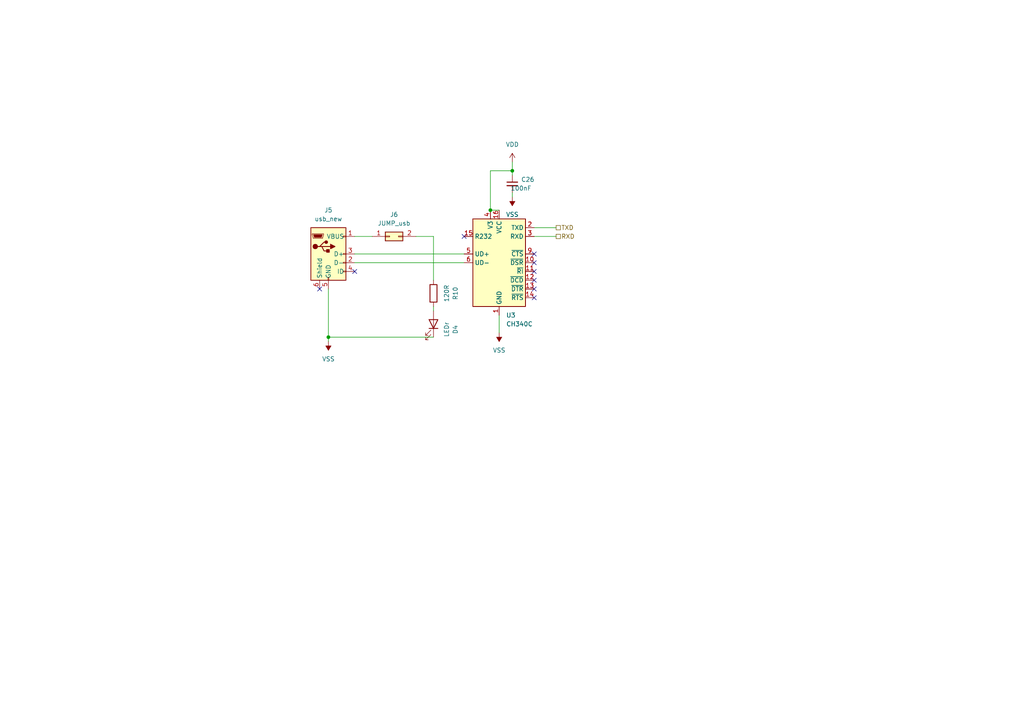
<source format=kicad_sch>
(kicad_sch (version 20211123) (generator eeschema)

  (uuid b4bcbfd5-996f-46d6-8a87-2e811a2cf1eb)

  (paper "A4")

  (lib_symbols
    (symbol "Connector_Generic:Conn_02x01" (pin_names (offset 1.016) hide) (in_bom yes) (on_board yes)
      (property "Reference" "J" (id 0) (at 1.27 2.54 0)
        (effects (font (size 1.27 1.27)))
      )
      (property "Value" "Conn_02x01" (id 1) (at 1.27 -2.54 0)
        (effects (font (size 1.27 1.27)))
      )
      (property "Footprint" "" (id 2) (at 0 0 0)
        (effects (font (size 1.27 1.27)) hide)
      )
      (property "Datasheet" "~" (id 3) (at 0 0 0)
        (effects (font (size 1.27 1.27)) hide)
      )
      (property "ki_keywords" "connector" (id 4) (at 0 0 0)
        (effects (font (size 1.27 1.27)) hide)
      )
      (property "ki_description" "Generic connector, double row, 02x01, this symbol is compatible with counter-clockwise, top-bottom and odd-even numbering schemes., script generated (kicad-library-utils/schlib/autogen/connector/)" (id 5) (at 0 0 0)
        (effects (font (size 1.27 1.27)) hide)
      )
      (property "ki_fp_filters" "Connector*:*_2x??_*" (id 6) (at 0 0 0)
        (effects (font (size 1.27 1.27)) hide)
      )
      (symbol "Conn_02x01_1_1"
        (rectangle (start -1.27 0.127) (end 0 -0.127)
          (stroke (width 0.1524) (type default) (color 0 0 0 0))
          (fill (type none))
        )
        (rectangle (start -1.27 1.27) (end 3.81 -1.27)
          (stroke (width 0.254) (type default) (color 0 0 0 0))
          (fill (type background))
        )
        (rectangle (start 3.81 0.127) (end 2.54 -0.127)
          (stroke (width 0.1524) (type default) (color 0 0 0 0))
          (fill (type none))
        )
        (pin passive line (at -5.08 0 0) (length 3.81)
          (name "Pin_1" (effects (font (size 1.27 1.27))))
          (number "1" (effects (font (size 1.27 1.27))))
        )
        (pin passive line (at 7.62 0 180) (length 3.81)
          (name "Pin_2" (effects (font (size 1.27 1.27))))
          (number "2" (effects (font (size 1.27 1.27))))
        )
      )
    )
    (symbol "Device:C_Small" (pin_numbers hide) (pin_names (offset 0.254) hide) (in_bom yes) (on_board yes)
      (property "Reference" "C" (id 0) (at 0.254 1.778 0)
        (effects (font (size 1.27 1.27)) (justify left))
      )
      (property "Value" "C_Small" (id 1) (at 0.254 -2.032 0)
        (effects (font (size 1.27 1.27)) (justify left))
      )
      (property "Footprint" "" (id 2) (at 0 0 0)
        (effects (font (size 1.27 1.27)) hide)
      )
      (property "Datasheet" "~" (id 3) (at 0 0 0)
        (effects (font (size 1.27 1.27)) hide)
      )
      (property "ki_keywords" "capacitor cap" (id 4) (at 0 0 0)
        (effects (font (size 1.27 1.27)) hide)
      )
      (property "ki_description" "Unpolarized capacitor, small symbol" (id 5) (at 0 0 0)
        (effects (font (size 1.27 1.27)) hide)
      )
      (property "ki_fp_filters" "C_*" (id 6) (at 0 0 0)
        (effects (font (size 1.27 1.27)) hide)
      )
      (symbol "C_Small_0_1"
        (polyline
          (pts
            (xy -1.524 -0.508)
            (xy 1.524 -0.508)
          )
          (stroke (width 0.3302) (type default) (color 0 0 0 0))
          (fill (type none))
        )
        (polyline
          (pts
            (xy -1.524 0.508)
            (xy 1.524 0.508)
          )
          (stroke (width 0.3048) (type default) (color 0 0 0 0))
          (fill (type none))
        )
      )
      (symbol "C_Small_1_1"
        (pin passive line (at 0 2.54 270) (length 2.032)
          (name "~" (effects (font (size 1.27 1.27))))
          (number "1" (effects (font (size 1.27 1.27))))
        )
        (pin passive line (at 0 -2.54 90) (length 2.032)
          (name "~" (effects (font (size 1.27 1.27))))
          (number "2" (effects (font (size 1.27 1.27))))
        )
      )
    )
    (symbol "Device:LED" (pin_numbers hide) (pin_names (offset 1.016) hide) (in_bom yes) (on_board yes)
      (property "Reference" "D" (id 0) (at 0 2.54 0)
        (effects (font (size 1.27 1.27)))
      )
      (property "Value" "LED" (id 1) (at 0 -2.54 0)
        (effects (font (size 1.27 1.27)))
      )
      (property "Footprint" "" (id 2) (at 0 0 0)
        (effects (font (size 1.27 1.27)) hide)
      )
      (property "Datasheet" "~" (id 3) (at 0 0 0)
        (effects (font (size 1.27 1.27)) hide)
      )
      (property "ki_keywords" "LED diode" (id 4) (at 0 0 0)
        (effects (font (size 1.27 1.27)) hide)
      )
      (property "ki_description" "Light emitting diode" (id 5) (at 0 0 0)
        (effects (font (size 1.27 1.27)) hide)
      )
      (property "ki_fp_filters" "LED* LED_SMD:* LED_THT:*" (id 6) (at 0 0 0)
        (effects (font (size 1.27 1.27)) hide)
      )
      (symbol "LED_0_1"
        (polyline
          (pts
            (xy -1.27 -1.27)
            (xy -1.27 1.27)
          )
          (stroke (width 0.254) (type default) (color 0 0 0 0))
          (fill (type none))
        )
        (polyline
          (pts
            (xy -1.27 0)
            (xy 1.27 0)
          )
          (stroke (width 0) (type default) (color 0 0 0 0))
          (fill (type none))
        )
        (polyline
          (pts
            (xy 1.27 -1.27)
            (xy 1.27 1.27)
            (xy -1.27 0)
            (xy 1.27 -1.27)
          )
          (stroke (width 0.254) (type default) (color 0 0 0 0))
          (fill (type none))
        )
        (polyline
          (pts
            (xy -3.048 -0.762)
            (xy -4.572 -2.286)
            (xy -3.81 -2.286)
            (xy -4.572 -2.286)
            (xy -4.572 -1.524)
          )
          (stroke (width 0) (type default) (color 0 0 0 0))
          (fill (type none))
        )
        (polyline
          (pts
            (xy -1.778 -0.762)
            (xy -3.302 -2.286)
            (xy -2.54 -2.286)
            (xy -3.302 -2.286)
            (xy -3.302 -1.524)
          )
          (stroke (width 0) (type default) (color 0 0 0 0))
          (fill (type none))
        )
      )
      (symbol "LED_1_1"
        (pin passive line (at -3.81 0 0) (length 2.54)
          (name "K" (effects (font (size 1.27 1.27))))
          (number "1" (effects (font (size 1.27 1.27))))
        )
        (pin passive line (at 3.81 0 180) (length 2.54)
          (name "A" (effects (font (size 1.27 1.27))))
          (number "2" (effects (font (size 1.27 1.27))))
        )
      )
    )
    (symbol "Device:R" (pin_numbers hide) (pin_names (offset 0)) (in_bom yes) (on_board yes)
      (property "Reference" "R" (id 0) (at 2.032 0 90)
        (effects (font (size 1.27 1.27)))
      )
      (property "Value" "R" (id 1) (at 0 0 90)
        (effects (font (size 1.27 1.27)))
      )
      (property "Footprint" "" (id 2) (at -1.778 0 90)
        (effects (font (size 1.27 1.27)) hide)
      )
      (property "Datasheet" "~" (id 3) (at 0 0 0)
        (effects (font (size 1.27 1.27)) hide)
      )
      (property "ki_keywords" "R res resistor" (id 4) (at 0 0 0)
        (effects (font (size 1.27 1.27)) hide)
      )
      (property "ki_description" "Resistor" (id 5) (at 0 0 0)
        (effects (font (size 1.27 1.27)) hide)
      )
      (property "ki_fp_filters" "R_*" (id 6) (at 0 0 0)
        (effects (font (size 1.27 1.27)) hide)
      )
      (symbol "R_0_1"
        (rectangle (start -1.016 -2.54) (end 1.016 2.54)
          (stroke (width 0.254) (type default) (color 0 0 0 0))
          (fill (type none))
        )
      )
      (symbol "R_1_1"
        (pin passive line (at 0 3.81 270) (length 1.27)
          (name "~" (effects (font (size 1.27 1.27))))
          (number "1" (effects (font (size 1.27 1.27))))
        )
        (pin passive line (at 0 -3.81 90) (length 1.27)
          (name "~" (effects (font (size 1.27 1.27))))
          (number "2" (effects (font (size 1.27 1.27))))
        )
      )
    )
    (symbol "Interface_USB:CH340C" (in_bom yes) (on_board yes)
      (property "Reference" "U" (id 0) (at -5.08 13.97 0)
        (effects (font (size 1.27 1.27)) (justify right))
      )
      (property "Value" "CH340C" (id 1) (at 1.27 13.97 0)
        (effects (font (size 1.27 1.27)) (justify left))
      )
      (property "Footprint" "Package_SO:SOIC-16_3.9x9.9mm_P1.27mm" (id 2) (at 1.27 -13.97 0)
        (effects (font (size 1.27 1.27)) (justify left) hide)
      )
      (property "Datasheet" "https://datasheet.lcsc.com/szlcsc/Jiangsu-Qin-Heng-CH340C_C84681.pdf" (id 3) (at -8.89 20.32 0)
        (effects (font (size 1.27 1.27)) hide)
      )
      (property "ki_keywords" "USB UART Serial Converter Interface" (id 4) (at 0 0 0)
        (effects (font (size 1.27 1.27)) hide)
      )
      (property "ki_description" "USB serial converter, UART, SOIC-16" (id 5) (at 0 0 0)
        (effects (font (size 1.27 1.27)) hide)
      )
      (property "ki_fp_filters" "SOIC*3.9x9.9mm*P1.27mm*" (id 6) (at 0 0 0)
        (effects (font (size 1.27 1.27)) hide)
      )
      (symbol "CH340C_0_1"
        (rectangle (start -7.62 12.7) (end 7.62 -12.7)
          (stroke (width 0.254) (type default) (color 0 0 0 0))
          (fill (type background))
        )
      )
      (symbol "CH340C_1_1"
        (pin power_in line (at 0 -15.24 90) (length 2.54)
          (name "GND" (effects (font (size 1.27 1.27))))
          (number "1" (effects (font (size 1.27 1.27))))
        )
        (pin input line (at 10.16 0 180) (length 2.54)
          (name "~{DSR}" (effects (font (size 1.27 1.27))))
          (number "10" (effects (font (size 1.27 1.27))))
        )
        (pin input line (at 10.16 -2.54 180) (length 2.54)
          (name "~{RI}" (effects (font (size 1.27 1.27))))
          (number "11" (effects (font (size 1.27 1.27))))
        )
        (pin input line (at 10.16 -5.08 180) (length 2.54)
          (name "~{DCD}" (effects (font (size 1.27 1.27))))
          (number "12" (effects (font (size 1.27 1.27))))
        )
        (pin output line (at 10.16 -7.62 180) (length 2.54)
          (name "~{DTR}" (effects (font (size 1.27 1.27))))
          (number "13" (effects (font (size 1.27 1.27))))
        )
        (pin output line (at 10.16 -10.16 180) (length 2.54)
          (name "~{RTS}" (effects (font (size 1.27 1.27))))
          (number "14" (effects (font (size 1.27 1.27))))
        )
        (pin input line (at -10.16 7.62 0) (length 2.54)
          (name "R232" (effects (font (size 1.27 1.27))))
          (number "15" (effects (font (size 1.27 1.27))))
        )
        (pin power_in line (at 0 15.24 270) (length 2.54)
          (name "VCC" (effects (font (size 1.27 1.27))))
          (number "16" (effects (font (size 1.27 1.27))))
        )
        (pin output line (at 10.16 10.16 180) (length 2.54)
          (name "TXD" (effects (font (size 1.27 1.27))))
          (number "2" (effects (font (size 1.27 1.27))))
        )
        (pin input line (at 10.16 7.62 180) (length 2.54)
          (name "RXD" (effects (font (size 1.27 1.27))))
          (number "3" (effects (font (size 1.27 1.27))))
        )
        (pin passive line (at -2.54 15.24 270) (length 2.54)
          (name "V3" (effects (font (size 1.27 1.27))))
          (number "4" (effects (font (size 1.27 1.27))))
        )
        (pin bidirectional line (at -10.16 2.54 0) (length 2.54)
          (name "UD+" (effects (font (size 1.27 1.27))))
          (number "5" (effects (font (size 1.27 1.27))))
        )
        (pin bidirectional line (at -10.16 0 0) (length 2.54)
          (name "UD-" (effects (font (size 1.27 1.27))))
          (number "6" (effects (font (size 1.27 1.27))))
        )
        (pin no_connect line (at -7.62 -7.62 0) (length 2.54) hide
          (name "NC" (effects (font (size 1.27 1.27))))
          (number "7" (effects (font (size 1.27 1.27))))
        )
        (pin no_connect line (at -7.62 -10.16 0) (length 2.54) hide
          (name "NC" (effects (font (size 1.27 1.27))))
          (number "8" (effects (font (size 1.27 1.27))))
        )
        (pin input line (at 10.16 2.54 180) (length 2.54)
          (name "~{CTS}" (effects (font (size 1.27 1.27))))
          (number "9" (effects (font (size 1.27 1.27))))
        )
      )
    )
    (symbol "New_Library:usb_new" (in_bom yes) (on_board yes)
      (property "Reference" "J" (id 0) (at -3.81 11.43 0)
        (effects (font (size 1.27 1.27)))
      )
      (property "Value" "usb_new" (id 1) (at -1.27 8.89 0)
        (effects (font (size 1.27 1.27)))
      )
      (property "Footprint" "" (id 2) (at 0 0 0)
        (effects (font (size 1.27 1.27)) hide)
      )
      (property "Datasheet" "" (id 3) (at 0 0 0)
        (effects (font (size 1.27 1.27)) hide)
      )
      (symbol "usb_new_0_1"
        (rectangle (start -5.08 -7.62) (end 5.08 7.62)
          (stroke (width 0.254) (type default) (color 0 0 0 0))
          (fill (type background))
        )
        (circle (center -3.81 2.159) (radius 0.635)
          (stroke (width 0.254) (type default) (color 0 0 0 0))
          (fill (type outline))
        )
        (circle (center -0.635 3.429) (radius 0.381)
          (stroke (width 0.254) (type default) (color 0 0 0 0))
          (fill (type outline))
        )
        (rectangle (start -0.127 -7.62) (end 0.127 -6.858)
          (stroke (width 0) (type default) (color 0 0 0 0))
          (fill (type none))
        )
        (polyline
          (pts
            (xy -1.905 2.159)
            (xy 0.635 2.159)
          )
          (stroke (width 0.254) (type default) (color 0 0 0 0))
          (fill (type none))
        )
        (polyline
          (pts
            (xy -3.175 2.159)
            (xy -2.54 2.159)
            (xy -1.27 3.429)
            (xy -0.635 3.429)
          )
          (stroke (width 0.254) (type default) (color 0 0 0 0))
          (fill (type none))
        )
        (polyline
          (pts
            (xy -2.54 2.159)
            (xy -1.905 2.159)
            (xy -1.27 0.889)
            (xy 0 0.889)
          )
          (stroke (width 0.254) (type default) (color 0 0 0 0))
          (fill (type none))
        )
        (polyline
          (pts
            (xy 0.635 2.794)
            (xy 0.635 1.524)
            (xy 1.905 2.159)
            (xy 0.635 2.794)
          )
          (stroke (width 0.254) (type default) (color 0 0 0 0))
          (fill (type outline))
        )
        (polyline
          (pts
            (xy -4.318 5.588)
            (xy -1.778 5.588)
            (xy -2.032 4.826)
            (xy -4.064 4.826)
            (xy -4.318 5.588)
          )
          (stroke (width 0) (type default) (color 0 0 0 0))
          (fill (type outline))
        )
        (polyline
          (pts
            (xy -4.699 5.842)
            (xy -4.699 5.588)
            (xy -4.445 4.826)
            (xy -4.445 4.572)
            (xy -1.651 4.572)
            (xy -1.651 4.826)
            (xy -1.397 5.588)
            (xy -1.397 5.842)
            (xy -4.699 5.842)
          )
          (stroke (width 0) (type default) (color 0 0 0 0))
          (fill (type none))
        )
        (rectangle (start 0.254 1.27) (end -0.508 0.508)
          (stroke (width 0.254) (type default) (color 0 0 0 0))
          (fill (type outline))
        )
        (rectangle (start 5.08 -5.207) (end 4.318 -4.953)
          (stroke (width 0) (type default) (color 0 0 0 0))
          (fill (type none))
        )
        (rectangle (start 5.08 -2.667) (end 4.318 -2.413)
          (stroke (width 0) (type default) (color 0 0 0 0))
          (fill (type none))
        )
        (rectangle (start 5.08 -0.127) (end 4.318 0.127)
          (stroke (width 0) (type default) (color 0 0 0 0))
          (fill (type none))
        )
        (rectangle (start 5.08 4.953) (end 4.318 5.207)
          (stroke (width 0) (type default) (color 0 0 0 0))
          (fill (type none))
        )
      )
      (symbol "usb_new_1_1"
        (pin passive line (at 7.62 5.08 180) (length 2.54)
          (name "VBUS" (effects (font (size 1.27 1.27))))
          (number "1" (effects (font (size 1.27 1.27))))
        )
        (pin bidirectional line (at 7.62 -2.54 180) (length 2.54)
          (name "D-" (effects (font (size 1.27 1.27))))
          (number "2" (effects (font (size 1.27 1.27))))
        )
        (pin bidirectional line (at 7.62 0 180) (length 2.54)
          (name "D+" (effects (font (size 1.27 1.27))))
          (number "3" (effects (font (size 1.27 1.27))))
        )
        (pin passive line (at 7.62 -5.08 180) (length 2.54)
          (name "ID" (effects (font (size 1.27 1.27))))
          (number "4" (effects (font (size 1.27 1.27))))
        )
        (pin passive line (at 0 -10.16 90) (length 2.54)
          (name "GND" (effects (font (size 1.27 1.27))))
          (number "5" (effects (font (size 1.27 1.27))))
        )
        (pin passive line (at -2.54 -10.16 90) (length 2.54)
          (name "Shield" (effects (font (size 1.27 1.27))))
          (number "6" (effects (font (size 1.27 1.27))))
        )
      )
    )
    (symbol "power:VDD" (power) (pin_names (offset 0)) (in_bom yes) (on_board yes)
      (property "Reference" "#PWR" (id 0) (at 0 -3.81 0)
        (effects (font (size 1.27 1.27)) hide)
      )
      (property "Value" "VDD" (id 1) (at 0 3.81 0)
        (effects (font (size 1.27 1.27)))
      )
      (property "Footprint" "" (id 2) (at 0 0 0)
        (effects (font (size 1.27 1.27)) hide)
      )
      (property "Datasheet" "" (id 3) (at 0 0 0)
        (effects (font (size 1.27 1.27)) hide)
      )
      (property "ki_keywords" "power-flag" (id 4) (at 0 0 0)
        (effects (font (size 1.27 1.27)) hide)
      )
      (property "ki_description" "Power symbol creates a global label with name \"VDD\"" (id 5) (at 0 0 0)
        (effects (font (size 1.27 1.27)) hide)
      )
      (symbol "VDD_0_1"
        (polyline
          (pts
            (xy -0.762 1.27)
            (xy 0 2.54)
          )
          (stroke (width 0) (type default) (color 0 0 0 0))
          (fill (type none))
        )
        (polyline
          (pts
            (xy 0 0)
            (xy 0 2.54)
          )
          (stroke (width 0) (type default) (color 0 0 0 0))
          (fill (type none))
        )
        (polyline
          (pts
            (xy 0 2.54)
            (xy 0.762 1.27)
          )
          (stroke (width 0) (type default) (color 0 0 0 0))
          (fill (type none))
        )
      )
      (symbol "VDD_1_1"
        (pin power_in line (at 0 0 90) (length 0) hide
          (name "VDD" (effects (font (size 1.27 1.27))))
          (number "1" (effects (font (size 1.27 1.27))))
        )
      )
    )
    (symbol "power:VSS" (power) (pin_names (offset 0)) (in_bom yes) (on_board yes)
      (property "Reference" "#PWR" (id 0) (at 0 -3.81 0)
        (effects (font (size 1.27 1.27)) hide)
      )
      (property "Value" "VSS" (id 1) (at 0 3.81 0)
        (effects (font (size 1.27 1.27)))
      )
      (property "Footprint" "" (id 2) (at 0 0 0)
        (effects (font (size 1.27 1.27)) hide)
      )
      (property "Datasheet" "" (id 3) (at 0 0 0)
        (effects (font (size 1.27 1.27)) hide)
      )
      (property "ki_keywords" "power-flag" (id 4) (at 0 0 0)
        (effects (font (size 1.27 1.27)) hide)
      )
      (property "ki_description" "Power symbol creates a global label with name \"VSS\"" (id 5) (at 0 0 0)
        (effects (font (size 1.27 1.27)) hide)
      )
      (symbol "VSS_0_1"
        (polyline
          (pts
            (xy 0 0)
            (xy 0 2.54)
          )
          (stroke (width 0) (type default) (color 0 0 0 0))
          (fill (type none))
        )
        (polyline
          (pts
            (xy 0.762 1.27)
            (xy -0.762 1.27)
            (xy 0 2.54)
            (xy 0.762 1.27)
          )
          (stroke (width 0) (type default) (color 0 0 0 0))
          (fill (type outline))
        )
      )
      (symbol "VSS_1_1"
        (pin power_in line (at 0 0 90) (length 0) hide
          (name "VSS" (effects (font (size 1.27 1.27))))
          (number "1" (effects (font (size 1.27 1.27))))
        )
      )
    )
  )

  (junction (at 95.25 97.79) (diameter 0) (color 0 0 0 0)
    (uuid 9afd9578-5dcd-4cec-a4e0-fb5b89c4f10d)
  )
  (junction (at 142.24 60.96) (diameter 0) (color 0 0 0 0)
    (uuid ddf2dfa7-ff01-42f7-be51-f3ed95da0d00)
  )
  (junction (at 148.59 49.53) (diameter 0) (color 0 0 0 0)
    (uuid faa4472d-7a0e-4832-9d1c-1f8e7e53acad)
  )

  (no_connect (at 154.94 81.28) (uuid 14725f6d-04cb-4404-b7e4-c0397a46867f))
  (no_connect (at 154.94 83.82) (uuid 351c2881-5fee-4ce9-b4e2-93d345f2babb))
  (no_connect (at 154.94 76.2) (uuid 3a56a5c8-9ca4-48ce-9d60-fc70f738e548))
  (no_connect (at 92.71 83.82) (uuid 74cd6c13-07ba-45dd-97e1-43c85af46c44))
  (no_connect (at 134.62 68.58) (uuid a8746124-ea2a-4955-8e27-56f49f655bc2))
  (no_connect (at 154.94 78.74) (uuid a8f7cbf2-0883-40d5-86e1-d5a826215207))
  (no_connect (at 102.87 78.74) (uuid cabbd0cf-5a10-4b62-b611-a6e06bfc61fc))
  (no_connect (at 154.94 73.66) (uuid e0d3e2a3-45fb-4ffd-bd98-d53c545ed6cb))
  (no_connect (at 154.94 86.36) (uuid eb820a1a-b4bb-4885-9b9a-1fdb68327387))

  (wire (pts (xy 148.59 49.53) (xy 148.59 50.8))
    (stroke (width 0) (type default) (color 0 0 0 0))
    (uuid 01eaf92d-4036-4e2d-a08c-876cdaa6ea3c)
  )
  (wire (pts (xy 144.78 91.44) (xy 144.78 96.52))
    (stroke (width 0) (type default) (color 0 0 0 0))
    (uuid 49729e82-463d-4be2-abde-7dc74dc79a31)
  )
  (wire (pts (xy 142.24 49.53) (xy 148.59 49.53))
    (stroke (width 0) (type default) (color 0 0 0 0))
    (uuid 5f3ac57b-a046-48a4-84ca-1592ca0c504b)
  )
  (wire (pts (xy 125.73 68.58) (xy 125.73 81.28))
    (stroke (width 0) (type default) (color 0 0 0 0))
    (uuid 6552a7a1-276f-4b6e-bc97-1e4998eba40a)
  )
  (wire (pts (xy 102.87 73.66) (xy 134.62 73.66))
    (stroke (width 0) (type default) (color 0 0 0 0))
    (uuid 76363d07-de65-4fd8-8706-775758abd389)
  )
  (wire (pts (xy 148.59 46.99) (xy 148.59 49.53))
    (stroke (width 0) (type default) (color 0 0 0 0))
    (uuid 7e63a8fd-a3f2-4a36-8f8f-49331607bf6e)
  )
  (wire (pts (xy 95.25 97.79) (xy 125.73 97.79))
    (stroke (width 0) (type default) (color 0 0 0 0))
    (uuid 8b286913-9829-4472-a2e8-4980eaf4168e)
  )
  (wire (pts (xy 102.87 68.58) (xy 107.95 68.58))
    (stroke (width 0) (type default) (color 0 0 0 0))
    (uuid 96782b6d-90ee-4f0e-a6ed-bc30b8b31224)
  )
  (wire (pts (xy 154.94 68.58) (xy 161.29 68.58))
    (stroke (width 0) (type default) (color 0 0 0 0))
    (uuid 9831d625-75d6-411d-8bec-77c3a0be82b5)
  )
  (wire (pts (xy 102.87 76.2) (xy 134.62 76.2))
    (stroke (width 0) (type default) (color 0 0 0 0))
    (uuid a8e5d856-27df-4074-b838-60eeacdd7d1c)
  )
  (wire (pts (xy 142.24 60.96) (xy 144.78 60.96))
    (stroke (width 0) (type default) (color 0 0 0 0))
    (uuid ab4cba9f-1060-4c19-9d0c-7c29c89a584f)
  )
  (wire (pts (xy 154.94 66.04) (xy 161.29 66.04))
    (stroke (width 0) (type default) (color 0 0 0 0))
    (uuid adbfe34b-8dbf-47d9-877d-35a821c9dff9)
  )
  (wire (pts (xy 120.65 68.58) (xy 125.73 68.58))
    (stroke (width 0) (type default) (color 0 0 0 0))
    (uuid ce1dfb55-601f-40b7-8b16-d4bcc8c313a3)
  )
  (wire (pts (xy 95.25 83.82) (xy 95.25 97.79))
    (stroke (width 0) (type default) (color 0 0 0 0))
    (uuid ce74d4a0-fa57-4143-9fe2-ff0282fc4696)
  )
  (wire (pts (xy 148.59 55.88) (xy 148.59 57.15))
    (stroke (width 0) (type default) (color 0 0 0 0))
    (uuid d3d59417-3321-415c-956d-f88f4c57a12e)
  )
  (wire (pts (xy 125.73 90.17) (xy 125.73 88.9))
    (stroke (width 0) (type default) (color 0 0 0 0))
    (uuid d7b417a8-e823-45a9-9f13-67630565919a)
  )
  (wire (pts (xy 95.25 97.79) (xy 95.25 99.06))
    (stroke (width 0) (type default) (color 0 0 0 0))
    (uuid df10c771-ae48-4b82-894e-aa2422f45574)
  )
  (wire (pts (xy 142.24 49.53) (xy 142.24 60.96))
    (stroke (width 0) (type default) (color 0 0 0 0))
    (uuid eeeb766f-085c-4ef9-b605-12ddfda5432b)
  )

  (hierarchical_label "TXD" (shape passive) (at 161.29 66.04 0)
    (effects (font (size 1.27 1.27)) (justify left))
    (uuid 0d6eb4b5-a29b-4a01-9446-33d889e5635e)
  )
  (hierarchical_label "RXD" (shape passive) (at 161.29 68.58 0)
    (effects (font (size 1.27 1.27)) (justify left))
    (uuid 9c5db7e8-7885-4dff-821c-e95375ed5912)
  )

  (symbol (lib_id "Interface_USB:CH340C") (at 144.78 76.2 0) (unit 1)
    (in_bom yes) (on_board yes) (fields_autoplaced)
    (uuid 02153788-6237-4028-9a50-ff73288fc4b5)
    (property "Reference" "U3" (id 0) (at 146.7994 91.44 0)
      (effects (font (size 1.27 1.27)) (justify left))
    )
    (property "Value" "CH340C" (id 1) (at 146.7994 93.98 0)
      (effects (font (size 1.27 1.27)) (justify left))
    )
    (property "Footprint" "Package_SO:SOIC-16_3.9x9.9mm_P1.27mm" (id 2) (at 146.05 90.17 0)
      (effects (font (size 1.27 1.27)) (justify left) hide)
    )
    (property "Datasheet" "https://datasheet.lcsc.com/szlcsc/Jiangsu-Qin-Heng-CH340C_C84681.pdf" (id 3) (at 135.89 55.88 0)
      (effects (font (size 1.27 1.27)) hide)
    )
    (pin "1" (uuid 72ed10a8-8022-4d80-8ef8-96ca52ea9258))
    (pin "10" (uuid 6bbebafe-d7bf-453e-bed2-14bb73f0f302))
    (pin "11" (uuid 084ac100-3e32-4485-9c50-51e0bbc55956))
    (pin "12" (uuid 81ec93c7-8435-471c-a77a-1f71d1821bbe))
    (pin "13" (uuid 4f7d948e-b100-4fb9-b612-6dd1d3aabbb0))
    (pin "14" (uuid c1ca729d-ac19-48f2-bd62-6593c4fbc2a5))
    (pin "15" (uuid 9e540539-68b8-45a4-8fc7-0908a7b2ffd0))
    (pin "16" (uuid bb66bd06-c977-41e6-90d9-356fad794d1f))
    (pin "2" (uuid 597dd161-a1af-4c07-8e66-6d6248149a7a))
    (pin "3" (uuid 1f772b00-e4d4-4b3a-8bdd-230899b18211))
    (pin "4" (uuid d41227eb-36c3-4769-8e0c-78a1c49853a6))
    (pin "5" (uuid 4e1dc782-98a1-4586-b608-517813374d92))
    (pin "6" (uuid 796857f7-b5b6-43ee-9277-acdb3ddba9b0))
    (pin "7" (uuid aa22f19a-47ea-438f-9351-aa22b8e96d89))
    (pin "8" (uuid c3f4886e-ea03-494b-bcd7-93feb3255eca))
    (pin "9" (uuid 5b978ede-00ff-4b55-b561-a7936c412252))
  )

  (symbol (lib_id "power:VSS") (at 95.25 99.06 0) (mirror x) (unit 1)
    (in_bom yes) (on_board yes) (fields_autoplaced)
    (uuid 18b55155-d11b-4555-829d-70eb0a7453a0)
    (property "Reference" "#PWR020" (id 0) (at 95.25 95.25 0)
      (effects (font (size 1.27 1.27)) hide)
    )
    (property "Value" "VSS" (id 1) (at 95.25 104.14 0))
    (property "Footprint" "" (id 2) (at 95.25 99.06 0)
      (effects (font (size 1.27 1.27)) hide)
    )
    (property "Datasheet" "" (id 3) (at 95.25 99.06 0)
      (effects (font (size 1.27 1.27)) hide)
    )
    (pin "1" (uuid ab804948-851c-4fe6-b263-37cbccc282ff))
  )

  (symbol (lib_id "Device:R") (at 125.73 85.09 0) (mirror y) (unit 1)
    (in_bom yes) (on_board yes) (fields_autoplaced)
    (uuid 30a9a155-6c03-4436-b2ec-e0759cb34c19)
    (property "Reference" "R10" (id 0) (at 132.08 85.09 90))
    (property "Value" "120R" (id 1) (at 129.54 85.09 90))
    (property "Footprint" "Resistor_SMD:R_0603_1608Metric_Pad0.98x0.95mm_HandSolder" (id 2) (at 127.508 85.09 90)
      (effects (font (size 1.27 1.27)) hide)
    )
    (property "Datasheet" "~" (id 3) (at 125.73 85.09 0)
      (effects (font (size 1.27 1.27)) hide)
    )
    (pin "1" (uuid 2a6a541b-02e5-4515-bc7d-38dd632b1169))
    (pin "2" (uuid 32de3c98-d8db-48ed-8c23-e969a0aba275))
  )

  (symbol (lib_id "power:VSS") (at 148.59 57.15 0) (mirror x) (unit 1)
    (in_bom yes) (on_board yes) (fields_autoplaced)
    (uuid 39ffa421-4e74-4953-839f-ea93ac6c8294)
    (property "Reference" "#PWR028" (id 0) (at 148.59 53.34 0)
      (effects (font (size 1.27 1.27)) hide)
    )
    (property "Value" "VSS" (id 1) (at 148.59 62.23 0))
    (property "Footprint" "" (id 2) (at 148.59 57.15 0)
      (effects (font (size 1.27 1.27)) hide)
    )
    (property "Datasheet" "" (id 3) (at 148.59 57.15 0)
      (effects (font (size 1.27 1.27)) hide)
    )
    (pin "1" (uuid 48460e21-c4ca-4c8b-a618-195d952a0beb))
  )

  (symbol (lib_id "Device:LED") (at 125.73 93.98 270) (mirror x) (unit 1)
    (in_bom yes) (on_board yes) (fields_autoplaced)
    (uuid 3e45f8c2-4e3a-4b74-9e38-5c2d3e841627)
    (property "Reference" "D4" (id 0) (at 132.08 95.5675 0))
    (property "Value" "LEDr" (id 1) (at 129.54 95.5675 0))
    (property "Footprint" "LED_SMD:LED_0603_1608Metric_Pad1.05x0.95mm_HandSolder" (id 2) (at 125.73 93.98 0)
      (effects (font (size 1.27 1.27)) hide)
    )
    (property "Datasheet" "~" (id 3) (at 125.73 93.98 0)
      (effects (font (size 1.27 1.27)) hide)
    )
    (pin "1" (uuid bb5ba67c-37de-4755-8243-dc6520d314b9))
    (pin "2" (uuid abd23236-740f-4203-811c-55b54281c0f2))
  )

  (symbol (lib_id "Connector_Generic:Conn_02x01") (at 113.03 68.58 0) (unit 1)
    (in_bom yes) (on_board yes) (fields_autoplaced)
    (uuid 3ec9d7a4-bbef-469e-8843-dc3505707559)
    (property "Reference" "J6" (id 0) (at 114.3 62.23 0))
    (property "Value" "JUMP_usb" (id 1) (at 114.3 64.77 0))
    (property "Footprint" "Connector_PinHeader_2.54mm:PinHeader_2x01_P2.54mm_Vertical" (id 2) (at 113.03 68.58 0)
      (effects (font (size 1.27 1.27)) hide)
    )
    (property "Datasheet" "~" (id 3) (at 113.03 68.58 0)
      (effects (font (size 1.27 1.27)) hide)
    )
    (pin "1" (uuid 5de1fb8d-d5b7-4e20-b582-ccf42a2a6392))
    (pin "2" (uuid 417c5f80-b97b-4558-9e61-beff7fa4db4f))
  )

  (symbol (lib_id "Device:C_Small") (at 148.59 53.34 0) (unit 1)
    (in_bom yes) (on_board yes) (fields_autoplaced)
    (uuid 65018846-f910-4d94-98e9-80450bf29daa)
    (property "Reference" "C26" (id 0) (at 151.13 52.0762 0)
      (effects (font (size 1.27 1.27)) (justify left))
    )
    (property "Value" "100nF" (id 1) (at 151.13 54.6162 0))
    (property "Footprint" "Capacitor_SMD:C_0603_1608Metric_Pad1.08x0.95mm_HandSolder" (id 2) (at 148.59 53.34 0)
      (effects (font (size 1.27 1.27)) hide)
    )
    (property "Datasheet" "~" (id 3) (at 148.59 53.34 0)
      (effects (font (size 1.27 1.27)) hide)
    )
    (pin "1" (uuid 764f7e58-20fc-46cf-a812-e4da1fd95fca))
    (pin "2" (uuid ba909da1-f26e-4b00-a786-8339290cb0a7))
  )

  (symbol (lib_id "New_Library:usb_new") (at 95.25 73.66 0) (unit 1)
    (in_bom yes) (on_board yes) (fields_autoplaced)
    (uuid d1aefa93-e7ee-4b62-9454-b5b5d6c3f983)
    (property "Reference" "J5" (id 0) (at 95.25 60.96 0))
    (property "Value" "usb_new" (id 1) (at 95.25 63.5 0))
    (property "Footprint" "Connector_USB:USB_Micro-B_GCT_USB3076-30-A" (id 2) (at 95.25 73.66 0)
      (effects (font (size 1.27 1.27)) hide)
    )
    (property "Datasheet" "" (id 3) (at 95.25 73.66 0)
      (effects (font (size 1.27 1.27)) hide)
    )
    (pin "1" (uuid da240283-49fc-4e3e-a864-d8667840bb8e))
    (pin "2" (uuid 9694f254-ad95-4d79-b0d7-5d93afa8cf8c))
    (pin "3" (uuid cccab9e0-6e9a-49c1-a2c0-232dada43215))
    (pin "4" (uuid c478aaf8-1dfd-4b05-b2b7-16b8abb97be2))
    (pin "5" (uuid 3e46b537-5a33-4935-9100-a313ac8152b5))
    (pin "6" (uuid 4ae7200e-0faf-4cec-a34a-3121e7364b4d))
  )

  (symbol (lib_id "power:VDD") (at 148.59 46.99 0) (unit 1)
    (in_bom yes) (on_board yes) (fields_autoplaced)
    (uuid e24ac2c8-1593-4a6a-a561-7ab271bd7727)
    (property "Reference" "#PWR022" (id 0) (at 148.59 50.8 0)
      (effects (font (size 1.27 1.27)) hide)
    )
    (property "Value" "VDD" (id 1) (at 148.59 41.91 0))
    (property "Footprint" "" (id 2) (at 148.59 46.99 0)
      (effects (font (size 1.27 1.27)) hide)
    )
    (property "Datasheet" "" (id 3) (at 148.59 46.99 0)
      (effects (font (size 1.27 1.27)) hide)
    )
    (pin "1" (uuid 9e4acf9b-eb87-4108-83cc-f259ed65df01))
  )

  (symbol (lib_id "power:VSS") (at 144.78 96.52 0) (mirror x) (unit 1)
    (in_bom yes) (on_board yes) (fields_autoplaced)
    (uuid f5a87ed0-36b6-4caa-9d5b-9826df79ba92)
    (property "Reference" "#PWR023" (id 0) (at 144.78 92.71 0)
      (effects (font (size 1.27 1.27)) hide)
    )
    (property "Value" "VSS" (id 1) (at 144.78 101.6 0))
    (property "Footprint" "" (id 2) (at 144.78 96.52 0)
      (effects (font (size 1.27 1.27)) hide)
    )
    (property "Datasheet" "" (id 3) (at 144.78 96.52 0)
      (effects (font (size 1.27 1.27)) hide)
    )
    (pin "1" (uuid 2016087d-533c-4e5b-bac4-b91125275350))
  )
)

</source>
